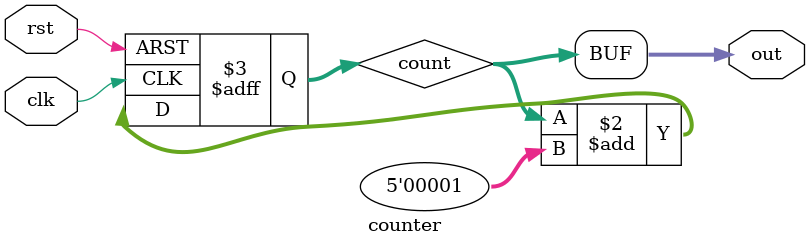
<source format=sv>
module counter (
    input logic clk,
    input logic rst,
    output logic [4:0] out
);

    logic [4:0] count;

    always_ff @(posedge clk or posedge rst) begin
        if (rst)
            count <= 5'd0;
        else
            count <= count + 5'd1;
        $write("%d\n", count);
    end

    assign out = count;

endmodule

</source>
